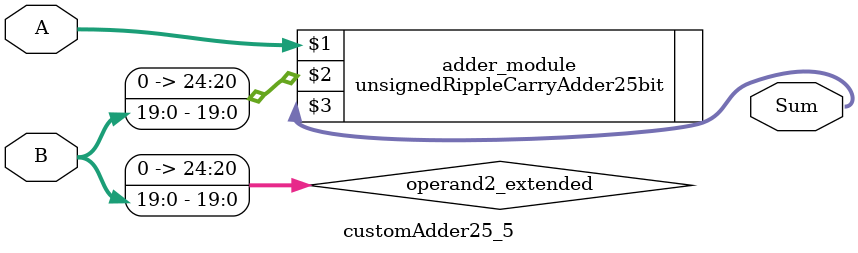
<source format=v>

module customAdder25_5(
                    input [24 : 0] A,
                    input [19 : 0] B,
                    
                    output [25 : 0] Sum
            );

    wire [24 : 0] operand2_extended;
    
    assign operand2_extended =  {5'b0, B};
    
    unsignedRippleCarryAdder25bit adder_module(
        A,
        operand2_extended,
        Sum
    );
    
endmodule
        
</source>
